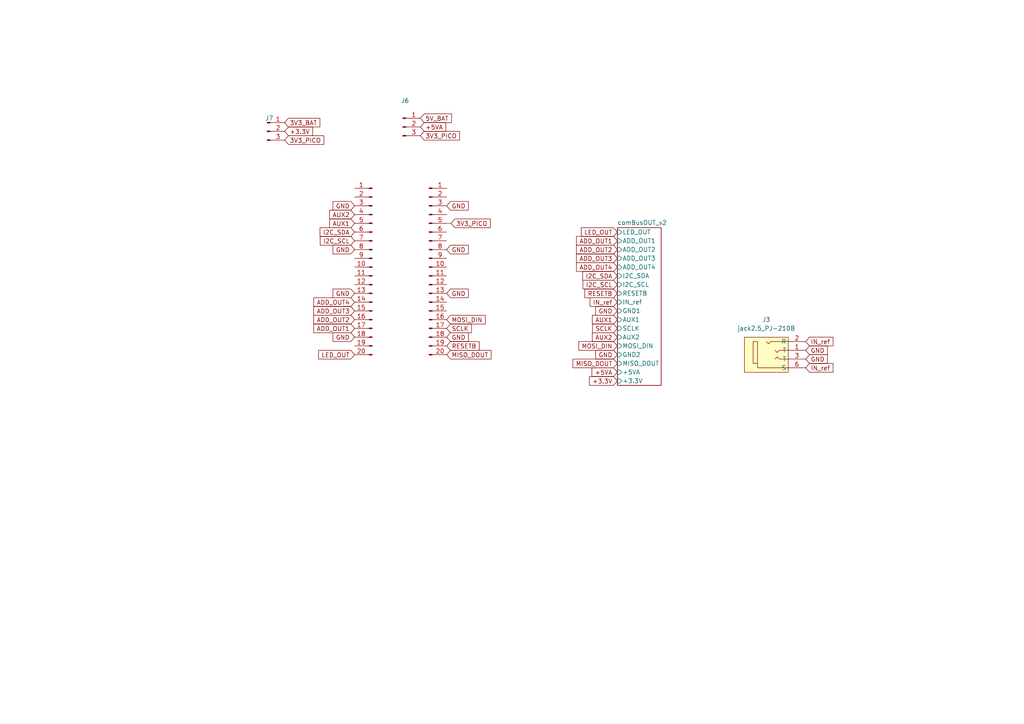
<source format=kicad_sch>
(kicad_sch (version 20230121) (generator eeschema)
  (paper "A4")
  (lib_symbols
    (symbol "00_custom:jack2.5_PJ-210B"
      (property "Reference" "J" (at 0 2.54 0))
      (property "Value" "jack2.5_PJ-210B" (at 0 5.08 0))
      (symbol "jack2.5_PJ-210B_0_1"
        (polyline (pts (xy 12.7 -6.35) (xy 10.16 -6.35) (xy 9.525 -5.715) (xy 8.89 -6.35)))
        (polyline (pts (xy 12.7 -3.81) (xy 10.16 -3.81) (xy 9.525 -4.445) (xy 8.89 -3.81)))
        (polyline (pts (xy 12.7 -1.27) (xy 7.62 -1.27) (xy 6.985 -1.905) (xy 6.35 -1.27)))
        (polyline (pts (xy 12.7 -8.89) (xy 3.81 -8.89) (xy 3.81 -1.27) (xy 2.54 -1.27) (xy 2.54 -7.62) (xy 3.81 -7.62)))
        (rectangle (start 12.7 0) (end 0 -10.16) (fill (type background)))
      )
      (symbol "jack2.5_PJ-210B_1_1"
        (pin passive line (at 17.78 -3.81 180) (length 5.08) (name "T") (number "1"))
        (pin passive line (at 17.78 -1.27 180) (length 5.08) (name "R") (number "2"))
        (pin passive line (at 17.78 -6.35 180) (length 5.08) (name "T") (number "3"))
        (pin passive line (at 17.78 -8.89 180) (length 5.08) (name "S") (number "6"))
      )
    )
    (symbol "Connector:Conn_01x03_Male" (pin_names (offset 1.016) hide)
      (property "Reference" "J" (at 0 5.08 0))
      (property "Value" "Conn_01x03_Male" (at 0 -5.08 0))
      (symbol "Conn_01x03_Male_1_1"
        (polyline (pts (xy 1.27 -2.54) (xy 0.8636 -2.54)) (stroke (width 0.1524)))
        (polyline (pts (xy 1.27 0) (xy 0.8636 0)) (stroke (width 0.1524)))
        (polyline (pts (xy 1.27 2.54) (xy 0.8636 2.54)) (stroke (width 0.1524)))
        (rectangle (start 0.8636 -2.413) (end 0 -2.667) (stroke (width 0.1524)) (fill (type outline)))
        (rectangle (start 0.8636 0.127) (end 0 -0.127) (stroke (width 0.1524)) (fill (type outline)))
        (rectangle (start 0.8636 2.667) (end 0 2.413) (stroke (width 0.1524)) (fill (type outline)))
        (pin passive line (at 5.08 2.54 180) (length 3.81) (name "Pin_1") (number "1"))
        (pin passive line (at 5.08 0 180) (length 3.81) (name "Pin_2") (number "2"))
        (pin passive line (at 5.08 -2.54 180) (length 3.81) (name "Pin_3") (number "3"))
      )
    )
    (symbol "Connector:Conn_01x20_Male" (pin_names (offset 1.016) hide)
      (property "Reference" "J" (at 0 25.4 0))
      (property "Value" "Conn_01x20_Male" (at 0 -27.94 0))
      (symbol "Conn_01x20_Male_1_1"
        (polyline (pts (xy 1.27 -25.4) (xy 0.8636 -25.4)) (stroke (width 0.1524)))
        (polyline (pts (xy 1.27 -22.86) (xy 0.8636 -22.86)) (stroke (width 0.1524)))
        (polyline (pts (xy 1.27 -20.32) (xy 0.8636 -20.32)) (stroke (width 0.1524)))
        (polyline (pts (xy 1.27 -17.78) (xy 0.8636 -17.78)) (stroke (width 0.1524)))
        (polyline (pts (xy 1.27 -15.24) (xy 0.8636 -15.24)) (stroke (width 0.1524)))
        (polyline (pts (xy 1.27 -12.7) (xy 0.8636 -12.7)) (stroke (width 0.1524)))
        (polyline (pts (xy 1.27 -10.16) (xy 0.8636 -10.16)) (stroke (width 0.1524)))
        (polyline (pts (xy 1.27 -7.62) (xy 0.8636 -7.62)) (stroke (width 0.1524)))
        (polyline (pts (xy 1.27 -5.08) (xy 0.8636 -5.08)) (stroke (width 0.1524)))
        (polyline (pts (xy 1.27 -2.54) (xy 0.8636 -2.54)) (stroke (width 0.1524)))
        (polyline (pts (xy 1.27 0) (xy 0.8636 0)) (stroke (width 0.1524)))
        (polyline (pts (xy 1.27 2.54) (xy 0.8636 2.54)) (stroke (width 0.1524)))
        (polyline (pts (xy 1.27 5.08) (xy 0.8636 5.08)) (stroke (width 0.1524)))
        (polyline (pts (xy 1.27 7.62) (xy 0.8636 7.62)) (stroke (width 0.1524)))
        (polyline (pts (xy 1.27 10.16) (xy 0.8636 10.16)) (stroke (width 0.1524)))
        (polyline (pts (xy 1.27 12.7) (xy 0.8636 12.7)) (stroke (width 0.1524)))
        (polyline (pts (xy 1.27 15.24) (xy 0.8636 15.24)) (stroke (width 0.1524)))
        (polyline (pts (xy 1.27 17.78) (xy 0.8636 17.78)) (stroke (width 0.1524)))
        (polyline (pts (xy 1.27 20.32) (xy 0.8636 20.32)) (stroke (width 0.1524)))
        (polyline (pts (xy 1.27 22.86) (xy 0.8636 22.86)) (stroke (width 0.1524)))
        (rectangle (start 0.8636 -25.273) (end 0 -25.527) (stroke (width 0.1524)) (fill (type outline)))
        (rectangle (start 0.8636 -22.733) (end 0 -22.987) (stroke (width 0.1524)) (fill (type outline)))
        (rectangle (start 0.8636 -20.193) (end 0 -20.447) (stroke (width 0.1524)) (fill (type outline)))
        (rectangle (start 0.8636 -17.653) (end 0 -17.907) (stroke (width 0.1524)) (fill (type outline)))
        (rectangle (start 0.8636 -15.113) (end 0 -15.367) (stroke (width 0.1524)) (fill (type outline)))
        (rectangle (start 0.8636 -12.573) (end 0 -12.827) (stroke (width 0.1524)) (fill (type outline)))
        (rectangle (start 0.8636 -10.033) (end 0 -10.287) (stroke (width 0.1524)) (fill (type outline)))
        (rectangle (start 0.8636 -7.493) (end 0 -7.747) (stroke (width 0.1524)) (fill (type outline)))
        (rectangle (start 0.8636 -4.953) (end 0 -5.207) (stroke (width 0.1524)) (fill (type outline)))
        (rectangle (start 0.8636 -2.413) (end 0 -2.667) (stroke (width 0.1524)) (fill (type outline)))
        (rectangle (start 0.8636 0.127) (end 0 -0.127) (stroke (width 0.1524)) (fill (type outline)))
        (rectangle (start 0.8636 2.667) (end 0 2.413) (stroke (width 0.1524)) (fill (type outline)))
        (rectangle (start 0.8636 5.207) (end 0 4.953) (stroke (width 0.1524)) (fill (type outline)))
        (rectangle (start 0.8636 7.747) (end 0 7.493) (stroke (width 0.1524)) (fill (type outline)))
        (rectangle (start 0.8636 10.287) (end 0 10.033) (stroke (width 0.1524)) (fill (type outline)))
        (rectangle (start 0.8636 12.827) (end 0 12.573) (stroke (width 0.1524)) (fill (type outline)))
        (rectangle (start 0.8636 15.367) (end 0 15.113) (stroke (width 0.1524)) (fill (type outline)))
        (rectangle (start 0.8636 17.907) (end 0 17.653) (stroke (width 0.1524)) (fill (type outline)))
        (rectangle (start 0.8636 20.447) (end 0 20.193) (stroke (width 0.1524)) (fill (type outline)))
        (rectangle (start 0.8636 22.987) (end 0 22.733) (stroke (width 0.1524)) (fill (type outline)))
        (pin passive line (at 5.08 22.86 180) (length 3.81) (name "Pin_1") (number "1"))
        (pin passive line (at 5.08 0 180) (length 3.81) (name "Pin_10") (number "10"))
        (pin passive line (at 5.08 -2.54 180) (length 3.81) (name "Pin_11") (number "11"))
        (pin passive line (at 5.08 -5.08 180) (length 3.81) (name "Pin_12") (number "12"))
        (pin passive line (at 5.08 -7.62 180) (length 3.81) (name "Pin_13") (number "13"))
        (pin passive line (at 5.08 -10.16 180) (length 3.81) (name "Pin_14") (number "14"))
        (pin passive line (at 5.08 -12.7 180) (length 3.81) (name "Pin_15") (number "15"))
        (pin passive line (at 5.08 -15.24 180) (length 3.81) (name "Pin_16") (number "16"))
        (pin passive line (at 5.08 -17.78 180) (length 3.81) (name "Pin_17") (number "17"))
        (pin passive line (at 5.08 -20.32 180) (length 3.81) (name "Pin_18") (number "18"))
        (pin passive line (at 5.08 -22.86 180) (length 3.81) (name "Pin_19") (number "19"))
        (pin passive line (at 5.08 20.32 180) (length 3.81) (name "Pin_2") (number "2"))
        (pin passive line (at 5.08 -25.4 180) (length 3.81) (name "Pin_20") (number "20"))
        (pin passive line (at 5.08 17.78 180) (length 3.81) (name "Pin_3") (number "3"))
        (pin passive line (at 5.08 15.24 180) (length 3.81) (name "Pin_4") (number "4"))
        (pin passive line (at 5.08 12.7 180) (length 3.81) (name "Pin_5") (number "5"))
        (pin passive line (at 5.08 10.16 180) (length 3.81) (name "Pin_6") (number "6"))
        (pin passive line (at 5.08 7.62 180) (length 3.81) (name "Pin_7") (number "7"))
        (pin passive line (at 5.08 5.08 180) (length 3.81) (name "Pin_8") (number "8"))
        (pin passive line (at 5.08 2.54 180) (length 3.81) (name "Pin_9") (number "9"))
      )
    )
  )
  (wire (pts (xy 129.54 64.77) (xy 130.81 64.77)))
  (global_label "+5VA" (shape input) (at 121.92 36.83 0) (property "Intersheetrefs" "${INTERSHEET_REFS}" (effects hide)))
  (global_label "+5VA" (shape input) (at 179.07 107.95 180) (property "Intersheetrefs" "${INTERSHEET_REFS}" (effects hide)))
  (global_label "MOSI_DIN" (shape input) (at 129.54 92.71 0) (property "Intersheetrefs" "${INTERSHEET_REFS}" (effects hide)))
  (global_label "5V_BAT" (shape input) (at 121.92 34.29 0) (property "Intersheetrefs" "${INTERSHEET_REFS}" (effects hide)))
  (global_label "+3.3V" (shape input) (at 179.07 110.49 180) (property "Intersheetrefs" "${INTERSHEET_REFS}" (effects hide)))
  (global_label "ADD_OUT3" (shape input) (at 102.87 90.17 180) (property "Intersheetrefs" "${INTERSHEET_REFS}" (effects hide)))
  (global_label "I2C_SDA" (shape input) (at 102.87 67.31 180) (property "Intersheetrefs" "${INTERSHEET_REFS}" (effects hide)))
  (global_label "3V3_BAT" (shape input) (at 82.55 35.56 0) (property "Intersheetrefs" "${INTERSHEET_REFS}" (effects hide)))
  (global_label "SCLK" (shape input) (at 129.54 95.25 0) (property "Intersheetrefs" "${INTERSHEET_REFS}" (effects hide)))
  (global_label "I2C_SCL" (shape input) (at 102.87 69.85 180) (property "Intersheetrefs" "${INTERSHEET_REFS}" (effects hide)))
  (global_label "AUX2" (shape input) (at 179.07 97.79 180) (property "Intersheetrefs" "${INTERSHEET_REFS}" (effects hide)))
  (global_label "ADD_OUT2" (shape input) (at 179.07 72.39 180) (property "Intersheetrefs" "${INTERSHEET_REFS}" (effects hide)))
  (global_label "GND" (shape input) (at 129.54 72.39 0) (property "Intersheetrefs" "${INTERSHEET_REFS}" (effects hide)))
  (global_label "I2C_SDA" (shape input) (at 179.07 80.01 180) (property "Intersheetrefs" "${INTERSHEET_REFS}" (effects hide)))
  (global_label "MOSI_DIN" (shape input) (at 179.07 100.33 180) (property "Intersheetrefs" "${INTERSHEET_REFS}" (effects hide)))
  (global_label "MISO_DOUT" (shape input) (at 179.07 105.41 180) (property "Intersheetrefs" "${INTERSHEET_REFS}" (effects hide)))
  (global_label "IN_ref" (shape input) (at 233.68 106.68 0) (property "Intersheetrefs" "${INTERSHEET_REFS}" (effects hide)))
  (global_label "GND" (shape input) (at 129.54 59.69 0) (property "Intersheetrefs" "${INTERSHEET_REFS}" (effects hide)))
  (global_label "GND" (shape input) (at 102.87 72.39 180) (property "Intersheetrefs" "${INTERSHEET_REFS}" (effects hide)))
  (global_label "GND" (shape input) (at 179.07 102.87 180) (property "Intersheetrefs" "${INTERSHEET_REFS}" (effects hide)))
  (global_label "ADD_OUT4" (shape input) (at 102.87 87.63 180) (property "Intersheetrefs" "${INTERSHEET_REFS}" (effects hide)))
  (global_label "ADD_OUT4" (shape input) (at 179.07 77.47 180) (property "Intersheetrefs" "${INTERSHEET_REFS}" (effects hide)))
  (global_label "RESETB" (shape input) (at 129.54 100.33 0) (property "Intersheetrefs" "${INTERSHEET_REFS}" (effects hide)))
  (global_label "ADD_OUT3" (shape input) (at 179.07 74.93 180) (property "Intersheetrefs" "${INTERSHEET_REFS}" (effects hide)))
  (global_label "ADD_OUT1" (shape input) (at 179.07 69.85 180) (property "Intersheetrefs" "${INTERSHEET_REFS}" (effects hide)))
  (global_label "GND" (shape input) (at 102.87 59.69 180) (property "Intersheetrefs" "${INTERSHEET_REFS}" (effects hide)))
  (global_label "LED_OUT" (shape input) (at 102.87 102.87 180) (property "Intersheetrefs" "${INTERSHEET_REFS}" (effects hide)))
  (global_label "SCLK" (shape input) (at 179.07 95.25 180) (property "Intersheetrefs" "${INTERSHEET_REFS}" (effects hide)))
  (global_label "GND" (shape input) (at 233.68 104.14 0) (property "Intersheetrefs" "${INTERSHEET_REFS}" (effects hide)))
  (global_label "GND" (shape input) (at 102.87 85.09 180) (property "Intersheetrefs" "${INTERSHEET_REFS}" (effects hide)))
  (global_label "GND" (shape input) (at 179.07 90.17 180) (property "Intersheetrefs" "${INTERSHEET_REFS}" (effects hide)))
  (global_label "AUX2" (shape input) (at 102.87 62.23 180) (property "Intersheetrefs" "${INTERSHEET_REFS}" (effects hide)))
  (global_label "GND" (shape input) (at 233.68 101.6 0) (property "Intersheetrefs" "${INTERSHEET_REFS}" (effects hide)))
  (global_label "GND" (shape input) (at 129.54 85.09 0) (property "Intersheetrefs" "${INTERSHEET_REFS}" (effects hide)))
  (global_label "IN_ref" (shape input) (at 179.07 87.63 180) (property "Intersheetrefs" "${INTERSHEET_REFS}" (effects hide)))
  (global_label "AUX1" (shape input) (at 102.87 64.77 180) (property "Intersheetrefs" "${INTERSHEET_REFS}" (effects hide)))
  (global_label "3V3_PICO" (shape input) (at 82.55 40.64 0) (property "Intersheetrefs" "${INTERSHEET_REFS}" (effects hide)))
  (global_label "LED_OUT" (shape input) (at 179.07 67.31 180) (property "Intersheetrefs" "${INTERSHEET_REFS}" (effects hide)))
  (global_label "+3.3V" (shape input) (at 82.55 38.1 0) (property "Intersheetrefs" "${INTERSHEET_REFS}" (effects hide)))
  (global_label "ADD_OUT1" (shape input) (at 102.87 95.25 180) (property "Intersheetrefs" "${INTERSHEET_REFS}" (effects hide)))
  (global_label "AUX1" (shape input) (at 179.07 92.71 180) (property "Intersheetrefs" "${INTERSHEET_REFS}" (effects hide)))
  (global_label "3V3_PICO" (shape input) (at 121.92 39.37 0) (property "Intersheetrefs" "${INTERSHEET_REFS}" (effects hide)))
  (global_label "I2C_SCL" (shape input) (at 179.07 82.55 180) (property "Intersheetrefs" "${INTERSHEET_REFS}" (effects hide)))
  (global_label "GND" (shape input) (at 102.87 97.79 180) (property "Intersheetrefs" "${INTERSHEET_REFS}" (effects hide)))
  (global_label "IN_ref" (shape input) (at 233.68 99.06 0) (property "Intersheetrefs" "${INTERSHEET_REFS}" (effects hide)))
  (global_label "RESETB" (shape input) (at 179.07 85.09 180) (property "Intersheetrefs" "${INTERSHEET_REFS}" (effects hide)))
  (global_label "MISO_DOUT" (shape input) (at 129.54 102.87 0) (property "Intersheetrefs" "${INTERSHEET_REFS}" (effects hide)))
  (global_label "ADD_OUT2" (shape input) (at 102.87 92.71 180) (property "Intersheetrefs" "${INTERSHEET_REFS}" (effects hide)))
  (global_label "3V3_PICO" (shape input) (at 130.81 64.77 0) (property "Intersheetrefs" "${INTERSHEET_REFS}" (effects hide)))
  (global_label "GND" (shape input) (at 129.54 97.79 0) (property "Intersheetrefs" "${INTERSHEET_REFS}" (effects hide)))
  (symbol (lib_id "00_custom:jack2.5_PJ-210B") (at 215.9 97.79 0) (unit 1)
    (property "Reference" "J3" (at 222.25 92.71 0))
    (property "Value" "jack2.5_PJ-210B" (at 222.25 95.25 0))
    (property "Footprint" "00_custom-footprints:Jack_Socket_PJ-210B" (effects hide))
  )
  (symbol (lib_id "Connector:Conn_01x20_Male") (at 107.95 77.47 0) (mirror y) (unit 1)
    (property "Reference" "J4" (effects hide))
    (property "Value" "Conn_01x20_Male" (effects hide))
    (property "Footprint" "Connector_PinHeader_2.54mm:PinHeader_1x20_P2.54mm_Vertical" (effects hide))
  )
  (symbol (lib_id "Connector:Conn_01x20_Male") (at 124.46 77.47 0) (unit 1)
    (property "Reference" "J5" (effects hide))
    (property "Value" "Conn_01x20_Male" (effects hide))
    (property "Footprint" "Connector_PinHeader_2.54mm:PinHeader_1x20_P2.54mm_Vertical" (effects hide))
  )
  (symbol (lib_id "Connector:Conn_01x03_Male") (at 77.47 38.1 0) (unit 1)
    (property "Reference" "J7" (at 78.105 34.29 0))
    (property "Value" "Conn_01x03_Male" (effects hide))
    (property "Footprint" "Connector_PinHeader_2.54mm:PinHeader_1x03_P2.54mm_Vertical" (effects hide))
  )
  (symbol (lib_id "Connector:Conn_01x03_Male") (at 116.84 36.83 0) (unit 1)
    (property "Reference" "J6" (at 117.475 29.21 0))
    (property "Value" "Conn_01x03_Male" (effects hide))
    (property "Footprint" "Connector_PinHeader_2.54mm:PinHeader_1x03_P2.54mm_Vertical" (effects hide))
  )
  (sheet (at 179.07 66.04) (size 12.7 45.72) (stroke (width 0.1524))
    (property "Sheetname" "comBusOUT_v2" (at 179.07 65.3284 0) (effects (justify left bottom)))
    (property "Sheetfile" "comBusOUT_v2.kicad_sch" (effects hide))
    (pin "ADD_OUT4" input (at 179.07 77.47 180))
    (pin "I2C_SCL" input (at 179.07 82.55 180))
    (pin "RESETB" input (at 179.07 85.09 180))
    (pin "ADD_OUT2" input (at 179.07 72.39 180))
    (pin "IN_ref" input (at 179.07 87.63 180))
    (pin "SCLK" input (at 179.07 95.25 180))
    (pin "MISO_DOUT" input (at 179.07 105.41 180))
    (pin "AUX2" input (at 179.07 97.79 180))
    (pin "+3.3V" input (at 179.07 110.49 180))
    (pin "+5VA" input (at 179.07 107.95 180))
    (pin "MOSI_DIN" input (at 179.07 100.33 180))
    (pin "ADD_OUT1" input (at 179.07 69.85 180))
    (pin "I2C_SDA" input (at 179.07 80.01 180))
    (pin "ADD_OUT3" input (at 179.07 74.93 180))
    (pin "LED_OUT" input (at 179.07 67.31 180))
    (pin "AUX1" input (at 179.07 92.71 180))
    (pin "GND2" input (at 179.07 102.87 180))
    (pin "GND1" input (at 179.07 90.17 180))
  )
)
</source>
